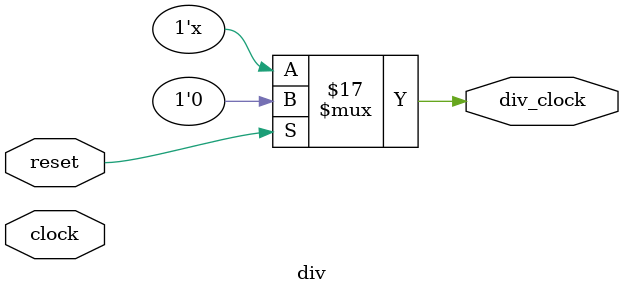
<source format=v>
module div(
    input clock,
    input reset,
    output reg div_clock  //original until here
);
    reg intreset;
    wire [16:0] intcount;

    counter #(.WIDTH(17)) count(
        .clock(clock),
        .reset(intreset),
        .count(intcount)
    );
    
    always @(reset, intcount) begin
        if (reset) begin
            intreset = 1;
            div_clock = 0;
        end else if (intcount == 100000) begin
            intreset = 1;
            div_clock = ~div_clock;
        end else begin
            intreset = 0;
        end
        
    end

endmodule

</source>
